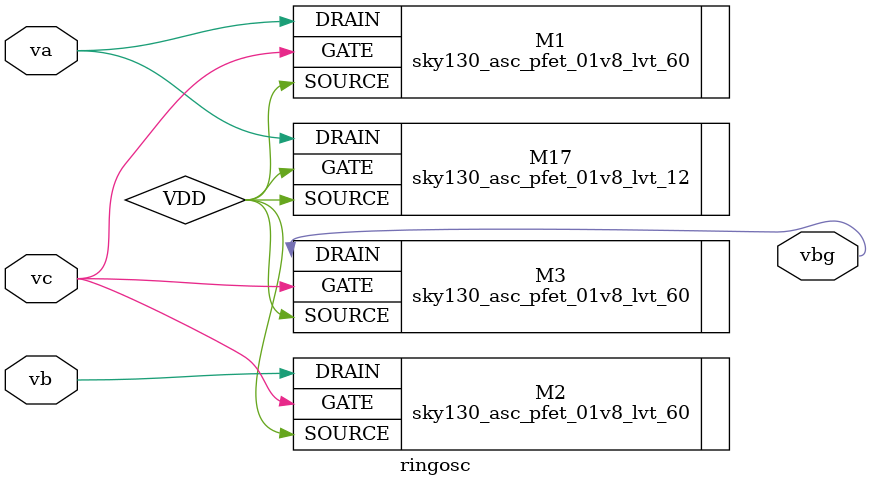
<source format=v>
module ringosc (
    input va,
    input vb,
    input vc,
    output vbg
 );
//  sky130_asc_cap_mim_m3_1 C1 (
//      .Cin(VDD),
//      .Cout(vc)
//  );
 sky130_asc_pfet_01v8_lvt_12 M17 (
     .GATE(VDD),
     .SOURCE(VDD),
     .DRAIN(va)
 );
 sky130_asc_pfet_01v8_lvt_60 M1 (
     .GATE(vc),
     .SOURCE(VDD),
     .DRAIN(va)
 );
 sky130_asc_pfet_01v8_lvt_60 M2 (
     .GATE(vc),
     .SOURCE(VDD),
     .DRAIN(vb)
 );
 sky130_asc_pfet_01v8_lvt_60 M3 (
     .GATE(vc),
     .SOURCE(VDD),
     .DRAIN(vbg)
 );
endmodule


</source>
